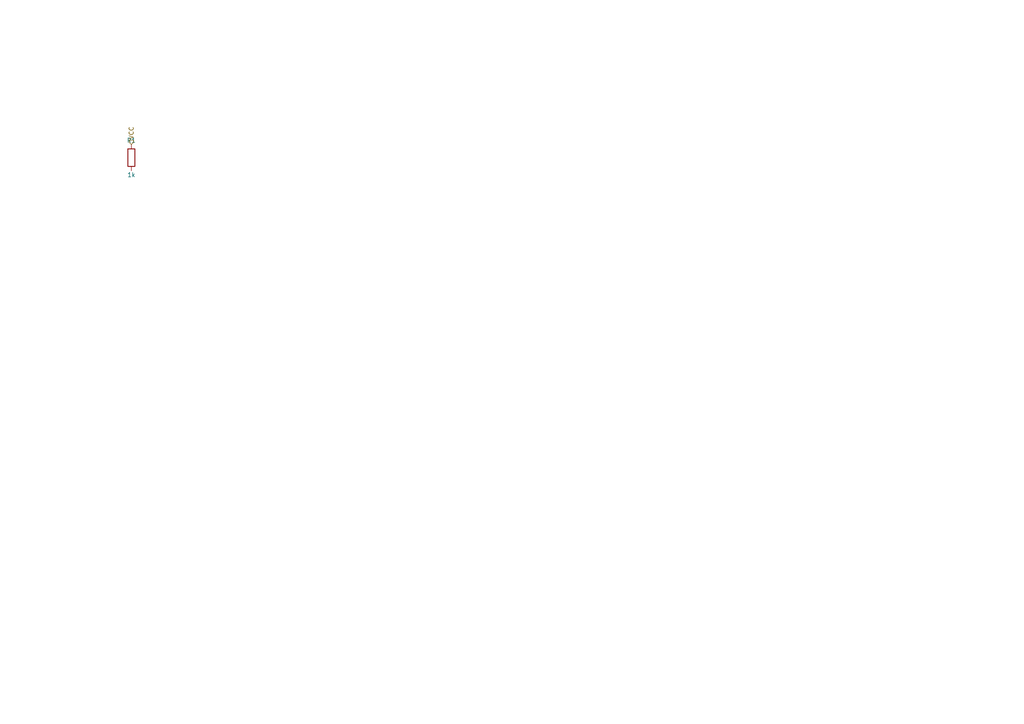
<source format=kicad_sch>
(kicad_sch (version 20250114) (generator "kicad_api") (generator_version 9.0)
  (paper A4)
  (paper A4)
  (lib_symbols
    (symbol "Device:R" (pin_numbers hide) (pin_names (offset 0.254))
      (property "Reference" "{'value': 'R', 'position': {'x': 2.032, 'y': 0.0, 'rotation': 90.0}, 'effects': {'font_size': [1.27, 1.27]}}" (at 0.0 0.0 0))
      (property "Value" "{'value': 'R', 'position': {'x': 0.0, 'y': 0.0, 'rotation': 90.0}, 'effects': {'font_size': [1.27, 1.27]}}" (at 0.0 0.0 0))
      (symbol "R_0_1"
        (rectangle (start -1.016 -2.54) (end 1.016 2.54) (stroke (width 0.254)))
      )
      (symbol "R_1_1"
        (pin passive line (at 0.0 3.81 270) (length 1.27) (name ~) (number "1"))
        (pin passive line (at 0.0 -3.81 90) (length 1.27) (name ~) (number "2"))
      )
    )
  )
  (title_block (title SimpleTest) (date 2025-08-04) (company Circuit-Synth))
  (symbol (lib_id Device:R) (at 38.1 45.72 0)
    (property "Reference" "R1" (at 38.1 40.72 0))
    (property "Value" "1k" (at 38.1 50.72 0))
    (property "Footprint" "Resistor_SMD:R_0603_1608Metric" (effects (hide yes)))
    (instances (project "circuit" (path "" (reference R1) (unit 1))) (project "test_simple_fix" (path "" (reference R1) (unit 1))))
  )
  (hierarchical_label VCC (shape input) (at 38.1 41.91 90))
)
</source>
